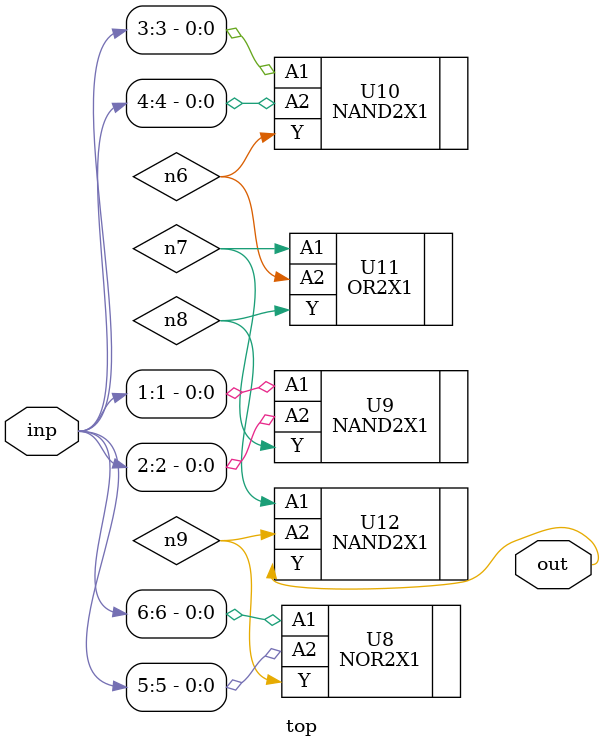
<source format=sv>


module top ( inp, out );
  input [6:0] inp;
  output out;
  wire   n6, n7, n8, n9;

  NOR2X1 U8 ( .A1(inp[6]), .A2(inp[5]), .Y(n9) );
  NAND2X1 U9 ( .A1(inp[1]), .A2(inp[2]), .Y(n7) );
  NAND2X1 U10 ( .A1(inp[3]), .A2(inp[4]), .Y(n6) );
  OR2X1 U11 ( .A1(n7), .A2(n6), .Y(n8) );
  NAND2X1 U12 ( .A1(n8), .A2(n9), .Y(out) );
endmodule


</source>
